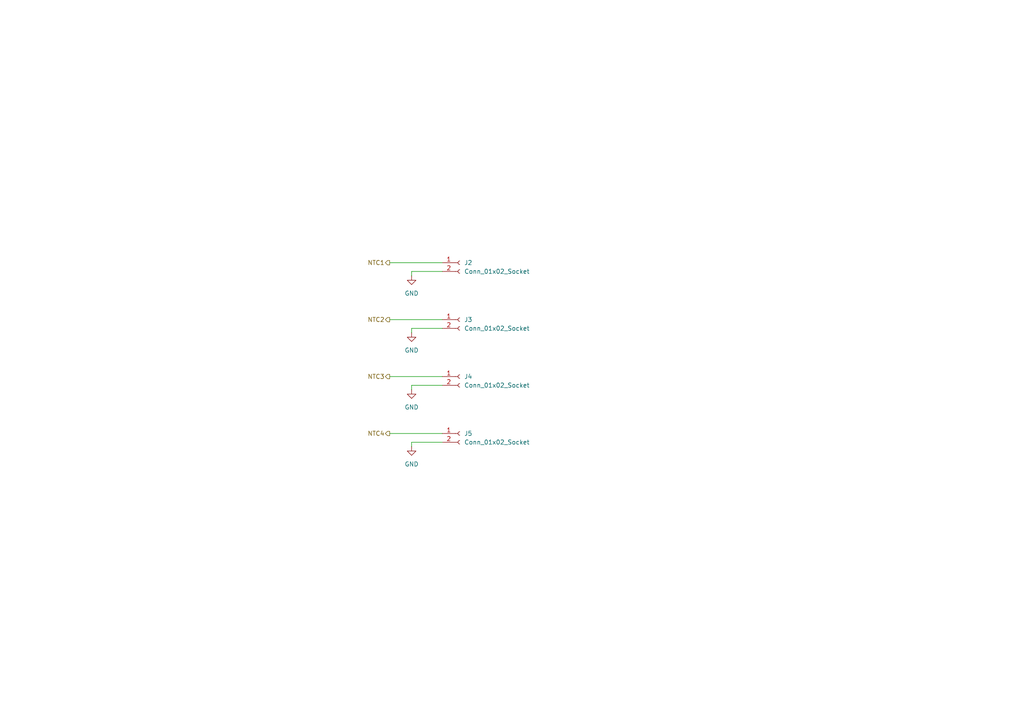
<source format=kicad_sch>
(kicad_sch (version 20250114) (generator "eeschema") (generator_version "9.0")
  (paper "A4")
  (lib_symbols
    (symbol "Connector:Conn_01x02_Socket" (pin_names (offset 1.016) (hide yes))
      (property "Reference" "J" (at 0 2.54 0))
      (property "Value" "Conn_01x02_Socket" (at 0 -5.08 0))
      (symbol "Conn_01x02_Socket_1_1"
        (polyline (pts (xy -1.27 0) (xy -0.508 0)) (stroke (width 0.1524)))
        (polyline (pts (xy -1.27 -2.54) (xy -0.508 -2.54)) (stroke (width 0.1524)))
        (arc (start 0 -0.508) (mid -0.5058 0) (end 0 0.508) (stroke (width 0.1524)))
        (arc (start 0 -3.048) (mid -0.5058 -2.54) (end 0 -2.032) (stroke (width 0.1524)))
        (pin passive line (at -5.08 0 0) (length 3.81) (name "Pin_1") (number "1"))
        (pin passive line (at -5.08 -2.54 0) (length 3.81) (name "Pin_2") (number "2"))
      )
    )
    (symbol "power:GND" (power) (pin_numbers (hide yes)) (pin_names (offset 0) (hide yes))
      (property "Value" "GND" (at 0 -3.81 0))
      (symbol "GND_0_1"
        (polyline (pts (xy 0 0) (xy 0 -1.27) (xy 1.27 -1.27) (xy 0 -2.54) (xy -1.27 -1.27) (xy 0 -1.27)))
      )
      (symbol "GND_1_1"
        (pin power_in line (at 0 0 270) (length 0) (name "~") (number "1"))
      )
    )
  )
  (wire (pts (xy 128.27 95.25) (xy 119.38 95.25)))
  (wire (pts (xy 119.38 111.76) (xy 119.38 113.03)))
  (wire (pts (xy 113.03 109.22) (xy 128.27 109.22)))
  (wire (pts (xy 128.27 78.74) (xy 119.38 78.74)))
  (wire (pts (xy 119.38 78.74) (xy 119.38 80.01)))
  (wire (pts (xy 119.38 95.25) (xy 119.38 96.52)))
  (wire (pts (xy 128.27 128.27) (xy 119.38 128.27)))
  (wire (pts (xy 113.03 125.73) (xy 128.27 125.73)))
  (wire (pts (xy 113.03 76.2) (xy 128.27 76.2)))
  (wire (pts (xy 119.38 128.27) (xy 119.38 129.54)))
  (wire (pts (xy 128.27 111.76) (xy 119.38 111.76)))
  (wire (pts (xy 113.03 92.71) (xy 128.27 92.71)))
  (hierarchical_label "NTC4" (shape output) (at 113.03 125.73 180))
  (hierarchical_label "NTC2" (shape output) (at 113.03 92.71 180))
  (hierarchical_label "NTC3" (shape output) (at 113.03 109.22 180))
  (hierarchical_label "NTC1" (shape output) (at 113.03 76.2 180))
  (symbol (lib_id "Connector:Conn_01x02_Socket") (at 133.35 109.22 0) (unit 1)
    (property "Reference" "J4" (at 134.62 109.2199 0) (effects (justify left)))
    (property "Value" "Conn_01x02_Socket" (at 134.62 111.7599 0) (effects (justify left)))
    (property "Description" "Generic connector, single row, 01x02, script generated" (effects (hide yes)))
  )
  (symbol (lib_id "Connector:Conn_01x02_Socket") (at 133.35 76.2 0) (unit 1)
    (property "Reference" "J2" (at 134.62 76.1999 0) (effects (justify left)))
    (property "Value" "Conn_01x02_Socket" (at 134.62 78.7399 0) (effects (justify left)))
    (property "Description" "Generic connector, single row, 01x02, script generated" (effects (hide yes)))
  )
  (symbol (lib_id "power:GND") (at 119.38 80.01 0) (unit 1)
    (property "Reference" "#PWR014" (effects (hide yes)))
    (property "Value" "GND" (at 119.38 85.09 0))
    (property "Description" "Power symbol creates a global label with name \"GND\" , ground" (effects (hide yes)))
  )
  (symbol (lib_id "power:GND") (at 119.38 129.54 0) (unit 1)
    (property "Reference" "#PWR019" (effects (hide yes)))
    (property "Value" "GND" (at 119.38 134.62 0))
    (property "Description" "Power symbol creates a global label with name \"GND\" , ground" (effects (hide yes)))
  )
  (symbol (lib_id "power:GND") (at 119.38 113.03 0) (unit 1)
    (property "Reference" "#PWR018" (effects (hide yes)))
    (property "Value" "GND" (at 119.38 118.11 0))
    (property "Description" "Power symbol creates a global label with name \"GND\" , ground" (effects (hide yes)))
  )
  (symbol (lib_id "Connector:Conn_01x02_Socket") (at 133.35 125.73 0) (unit 1)
    (property "Reference" "J5" (at 134.62 125.7299 0) (effects (justify left)))
    (property "Value" "Conn_01x02_Socket" (at 134.62 128.2699 0) (effects (justify left)))
    (property "Description" "Generic connector, single row, 01x02, script generated" (effects (hide yes)))
  )
  (symbol (lib_id "Connector:Conn_01x02_Socket") (at 133.35 92.71 0) (unit 1)
    (property "Reference" "J3" (at 134.62 92.7099 0) (effects (justify left)))
    (property "Value" "Conn_01x02_Socket" (at 134.62 95.2499 0) (effects (justify left)))
    (property "Description" "Generic connector, single row, 01x02, script generated" (effects (hide yes)))
  )
  (symbol (lib_id "power:GND") (at 119.38 96.52 0) (unit 1)
    (property "Reference" "#PWR017" (effects (hide yes)))
    (property "Value" "GND" (at 119.38 101.6 0))
    (property "Description" "Power symbol creates a global label with name \"GND\" , ground" (effects (hide yes)))
  )
)
</source>
